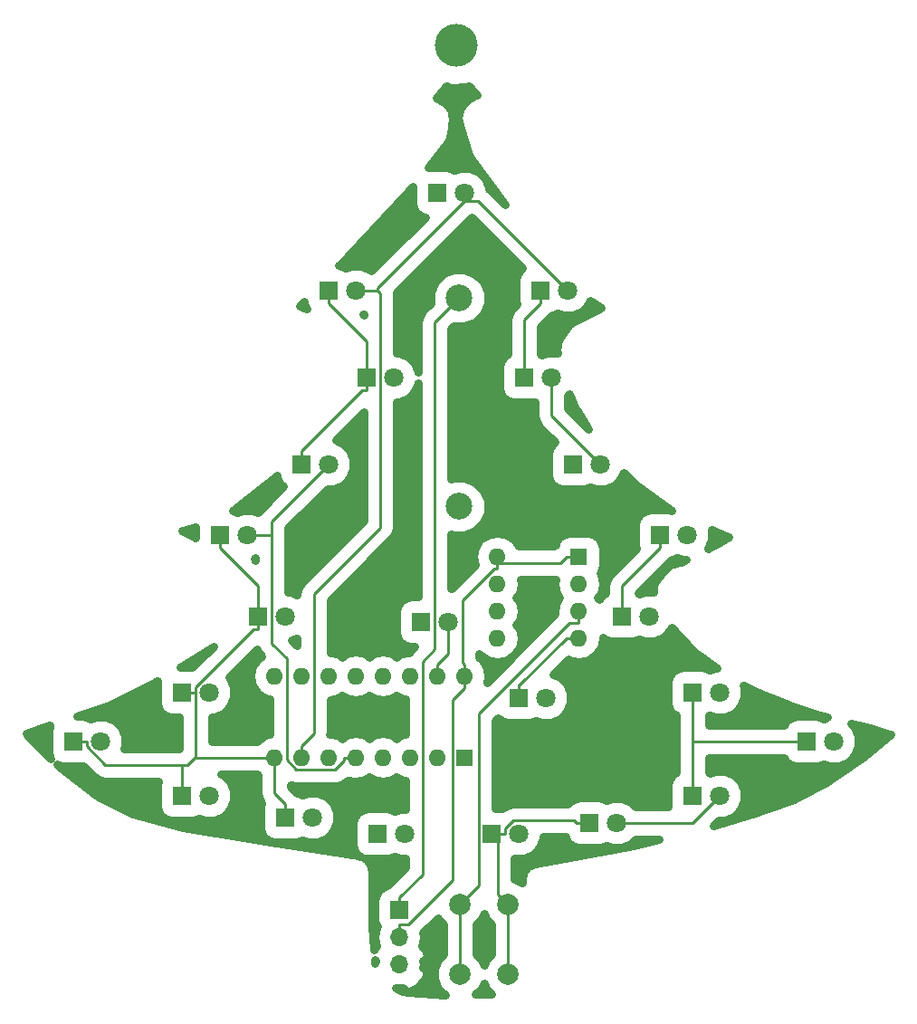
<source format=gbr>
G04 #@! TF.FileFunction,Copper,L1,Top,Signal*
%FSLAX46Y46*%
G04 Gerber Fmt 4.6, Leading zero omitted, Abs format (unit mm)*
G04 Created by KiCad (PCBNEW 4.0.7) date 09/09/18 15:16:27*
%MOMM*%
%LPD*%
G01*
G04 APERTURE LIST*
%ADD10C,0.100000*%
%ADD11C,2.500000*%
%ADD12C,2.000000*%
%ADD13R,1.800000X1.800000*%
%ADD14C,1.800000*%
%ADD15R,1.600000X1.600000*%
%ADD16O,1.600000X1.600000*%
%ADD17R,1.700000X1.700000*%
%ADD18O,1.700000X1.700000*%
%ADD19C,4.000000*%
%ADD20C,0.250000*%
%ADD21C,0.800000*%
G04 APERTURE END LIST*
D10*
D11*
X133096000Y-100456000D03*
X133096000Y-80956000D03*
D12*
X133168000Y-137668000D03*
X137668000Y-137668000D03*
X133168000Y-144168000D03*
X137668000Y-144168000D03*
D13*
X125476000Y-131064000D03*
D14*
X128016000Y-131064000D03*
D13*
X116840000Y-129540000D03*
D14*
X119380000Y-129540000D03*
D13*
X107188000Y-127508000D03*
D14*
X109728000Y-127508000D03*
D13*
X97028000Y-122428000D03*
D14*
X99568000Y-122428000D03*
D13*
X107188000Y-117856000D03*
D14*
X109728000Y-117856000D03*
D13*
X114300000Y-110744000D03*
D14*
X116840000Y-110744000D03*
D13*
X110744000Y-103124000D03*
D14*
X113284000Y-103124000D03*
D13*
X118364000Y-96520000D03*
D14*
X120904000Y-96520000D03*
D13*
X124460000Y-88392000D03*
D14*
X127000000Y-88392000D03*
D13*
X120904000Y-80264000D03*
D14*
X123444000Y-80264000D03*
D13*
X131064000Y-71120000D03*
D14*
X133604000Y-71120000D03*
D13*
X140716000Y-80264000D03*
D14*
X143256000Y-80264000D03*
D13*
X139192000Y-88392000D03*
D14*
X141732000Y-88392000D03*
D13*
X143764000Y-96520000D03*
D14*
X146304000Y-96520000D03*
D13*
X151892000Y-103124000D03*
D14*
X154432000Y-103124000D03*
D13*
X148336000Y-110744000D03*
D14*
X150876000Y-110744000D03*
D13*
X154940000Y-117856000D03*
D14*
X157480000Y-117856000D03*
D13*
X165608000Y-122428000D03*
D14*
X168148000Y-122428000D03*
D13*
X154940000Y-127508000D03*
D14*
X157480000Y-127508000D03*
D13*
X145288000Y-130048000D03*
D14*
X147828000Y-130048000D03*
D13*
X136144000Y-131064000D03*
D14*
X138684000Y-131064000D03*
D13*
X138684000Y-118364000D03*
D14*
X141224000Y-118364000D03*
D13*
X129540000Y-111252000D03*
D14*
X132080000Y-111252000D03*
D15*
X133604000Y-123952000D03*
D16*
X115824000Y-116332000D03*
X131064000Y-123952000D03*
X118364000Y-116332000D03*
X128524000Y-123952000D03*
X120904000Y-116332000D03*
X125984000Y-123952000D03*
X123444000Y-116332000D03*
X123444000Y-123952000D03*
X125984000Y-116332000D03*
X120904000Y-123952000D03*
X128524000Y-116332000D03*
X118364000Y-123952000D03*
X131064000Y-116332000D03*
X115824000Y-123952000D03*
X133604000Y-116332000D03*
D15*
X144272000Y-105156000D03*
D16*
X136652000Y-112776000D03*
X144272000Y-107696000D03*
X136652000Y-110236000D03*
X144272000Y-110236000D03*
X136652000Y-107696000D03*
X144272000Y-112776000D03*
X136652000Y-105156000D03*
D17*
X127508000Y-138176000D03*
D18*
X127508000Y-140716000D03*
X127508000Y-143256000D03*
D19*
X132842000Y-57364000D03*
D20*
X139192000Y-83013300D02*
X139192000Y-88392000D01*
X140716000Y-81489300D02*
X139192000Y-83013300D01*
X140716000Y-80264000D02*
X140716000Y-81489300D01*
X120904000Y-80264000D02*
X120904000Y-81489300D01*
X124460000Y-85045300D02*
X124460000Y-88392000D01*
X120904000Y-81489300D02*
X124460000Y-85045300D01*
X124041400Y-89617300D02*
X118364000Y-95294700D01*
X124460000Y-89617300D02*
X124041400Y-89617300D01*
X118364000Y-96520000D02*
X118364000Y-95294700D01*
X124460000Y-88392000D02*
X124460000Y-89617300D01*
X114300000Y-107905300D02*
X114300000Y-110744000D01*
X110744000Y-104349300D02*
X114300000Y-107905300D01*
X110744000Y-103124000D02*
X110744000Y-104349300D01*
X137668000Y-144168000D02*
X137668000Y-137668000D01*
X116840000Y-129540000D02*
X116840000Y-128314700D01*
X138784000Y-117138700D02*
X138684000Y-117138700D01*
X143146700Y-112776000D02*
X138784000Y-117138700D01*
X144272000Y-112776000D02*
X143146700Y-112776000D01*
X138684000Y-118364000D02*
X138684000Y-117138700D01*
X113840500Y-111969300D02*
X114300000Y-111969300D01*
X108413300Y-117396500D02*
X113840500Y-111969300D01*
X108413300Y-117856000D02*
X108413300Y-117396500D01*
X107188000Y-117856000D02*
X108413300Y-117856000D01*
X114300000Y-110744000D02*
X114300000Y-111969300D01*
X137369300Y-130604400D02*
X137369300Y-131064000D01*
X138135000Y-129838700D02*
X137369300Y-130604400D01*
X143853400Y-129838700D02*
X138135000Y-129838700D01*
X144062700Y-130048000D02*
X143853400Y-129838700D01*
X145288000Y-130048000D02*
X144062700Y-130048000D01*
X148336000Y-107905300D02*
X151892000Y-104349300D01*
X148336000Y-110744000D02*
X148336000Y-107905300D01*
X151892000Y-103124000D02*
X151892000Y-104349300D01*
X165608000Y-122428000D02*
X164382700Y-122428000D01*
X154940000Y-122428000D02*
X164382700Y-122428000D01*
X154940000Y-127508000D02*
X154940000Y-122428000D01*
X154940000Y-122428000D02*
X154940000Y-117856000D01*
X136144000Y-131064000D02*
X136706900Y-131064000D01*
X136706900Y-131064000D02*
X137369300Y-131064000D01*
X136706900Y-136706900D02*
X137668000Y-137668000D01*
X136706900Y-131064000D02*
X136706900Y-136706900D01*
X115824000Y-127298700D02*
X115824000Y-123952000D01*
X116840000Y-128314700D02*
X115824000Y-127298700D01*
X107188000Y-127508000D02*
X107188000Y-126282700D01*
X97028000Y-122428000D02*
X98253300Y-122428000D01*
X107188000Y-124609400D02*
X107188000Y-126282700D01*
X98253300Y-122887500D02*
X98253300Y-122428000D01*
X99975200Y-124609400D02*
X98253300Y-122887500D01*
X107188000Y-124609400D02*
X99975200Y-124609400D01*
X107666400Y-124609400D02*
X107188000Y-124609400D01*
X108413300Y-123862500D02*
X107666400Y-124609400D01*
X108502800Y-123952000D02*
X108413300Y-123862500D01*
X115824000Y-123952000D02*
X108502800Y-123952000D01*
X108413300Y-123862500D02*
X108413300Y-117856000D01*
X130811700Y-83240300D02*
X133096000Y-80956000D01*
X130811700Y-113814600D02*
X130811700Y-83240300D01*
X129649400Y-114976900D02*
X130811700Y-113814600D01*
X129649400Y-134859300D02*
X129649400Y-114976900D01*
X127508000Y-137000700D02*
X129649400Y-134859300D01*
X127508000Y-138176000D02*
X127508000Y-137000700D01*
X134918700Y-135917300D02*
X133168000Y-137668000D01*
X134918700Y-119853100D02*
X134918700Y-135917300D01*
X143410500Y-111361300D02*
X134918700Y-119853100D01*
X144272000Y-111361300D02*
X143410500Y-111361300D01*
X144272000Y-110236000D02*
X144272000Y-111361300D01*
X133168000Y-144168000D02*
X133168000Y-137668000D01*
X123444000Y-123952000D02*
X122318700Y-123952000D01*
X115587900Y-103124000D02*
X113284000Y-103124000D01*
X115587900Y-113268300D02*
X115587900Y-103124000D01*
X116949400Y-114629800D02*
X115587900Y-113268300D01*
X116949400Y-124164400D02*
X116949400Y-114629800D01*
X117867200Y-125082200D02*
X116949400Y-124164400D01*
X121469800Y-125082200D02*
X117867200Y-125082200D01*
X122318700Y-124233300D02*
X121469800Y-125082200D01*
X122318700Y-123952000D02*
X122318700Y-124233300D01*
X115587900Y-101836100D02*
X120904000Y-96520000D01*
X115587900Y-103124000D02*
X115587900Y-101836100D01*
X118364000Y-123952000D02*
X118364000Y-122826700D01*
X125460100Y-80264000D02*
X123444000Y-80264000D01*
X119489300Y-121701400D02*
X118364000Y-122826700D01*
X119489300Y-108627000D02*
X119489300Y-121701400D01*
X125685400Y-102430900D02*
X119489300Y-108627000D01*
X125685400Y-80489300D02*
X125685400Y-102430900D01*
X125460100Y-80264000D02*
X125685400Y-80489300D01*
X125460100Y-80033800D02*
X125460100Y-80264000D01*
X133604000Y-71889900D02*
X125460100Y-80033800D01*
X133604000Y-71120000D02*
X133604000Y-71889900D01*
X134881900Y-71889900D02*
X143256000Y-80264000D01*
X133604000Y-71889900D02*
X134881900Y-71889900D01*
X141732000Y-91948000D02*
X141732000Y-88392000D01*
X146304000Y-96520000D02*
X141732000Y-91948000D01*
X154940000Y-130048000D02*
X157480000Y-127508000D01*
X147828000Y-130048000D02*
X154940000Y-130048000D01*
X132080000Y-114190700D02*
X132080000Y-111252000D01*
X131064000Y-115206700D02*
X132080000Y-114190700D01*
X131064000Y-116332000D02*
X131064000Y-115206700D01*
X132478700Y-118582600D02*
X133604000Y-117457300D01*
X132478700Y-135378000D02*
X132478700Y-118582600D01*
X128316000Y-139540700D02*
X132478700Y-135378000D01*
X127508000Y-139540700D02*
X128316000Y-139540700D01*
X127508000Y-140716000D02*
X127508000Y-139540700D01*
X133604000Y-116332000D02*
X133604000Y-117457300D01*
X133604000Y-116332000D02*
X133604000Y-115206700D01*
X133438800Y-115041500D02*
X133604000Y-115206700D01*
X133438800Y-109213200D02*
X133438800Y-115041500D01*
X136370700Y-106281300D02*
X133438800Y-109213200D01*
X136652000Y-106281300D02*
X136370700Y-106281300D01*
X136652000Y-105156000D02*
X136652000Y-105718600D01*
X136652000Y-105718600D02*
X136652000Y-106281300D01*
X142584100Y-105718600D02*
X143146700Y-105156000D01*
X136652000Y-105718600D02*
X142584100Y-105718600D01*
X144272000Y-105156000D02*
X143146700Y-105156000D01*
D21*
G36*
X131132192Y-139025715D02*
X131643000Y-139537415D01*
X131643000Y-142299185D01*
X131134565Y-142806734D01*
X130768417Y-143688516D01*
X130767584Y-144643295D01*
X131132192Y-145525715D01*
X131780589Y-146175244D01*
X128311658Y-145878997D01*
X129231618Y-145398830D01*
X129920441Y-144576117D01*
X130147302Y-144028387D01*
X129755916Y-143606000D01*
X129732461Y-143606000D01*
X129802080Y-143256000D01*
X129732461Y-142906000D01*
X129755916Y-142906000D01*
X130147302Y-142483613D01*
X129920441Y-141935883D01*
X129626009Y-141584221D01*
X129630809Y-141577038D01*
X129802080Y-140716000D01*
X129718344Y-140295032D01*
X131089934Y-138923442D01*
X131132192Y-139025715D01*
X131132192Y-139025715D01*
G37*
X131132192Y-139025715D02*
X131643000Y-139537415D01*
X131643000Y-142299185D01*
X131134565Y-142806734D01*
X130768417Y-143688516D01*
X130767584Y-144643295D01*
X131132192Y-145525715D01*
X131780589Y-146175244D01*
X128311658Y-145878997D01*
X129231618Y-145398830D01*
X129920441Y-144576117D01*
X130147302Y-144028387D01*
X129755916Y-143606000D01*
X129732461Y-143606000D01*
X129802080Y-143256000D01*
X129732461Y-142906000D01*
X129755916Y-142906000D01*
X130147302Y-142483613D01*
X129920441Y-141935883D01*
X129626009Y-141584221D01*
X129630809Y-141577038D01*
X129802080Y-140716000D01*
X129718344Y-140295032D01*
X131089934Y-138923442D01*
X131132192Y-139025715D01*
G36*
X135632192Y-145525715D02*
X136156299Y-146050737D01*
X134633116Y-146096594D01*
X135201435Y-145529266D01*
X135418081Y-145007525D01*
X135632192Y-145525715D01*
X135632192Y-145525715D01*
G37*
X135632192Y-145525715D02*
X136156299Y-146050737D01*
X134633116Y-146096594D01*
X135201435Y-145529266D01*
X135418081Y-145007525D01*
X135632192Y-145525715D01*
G36*
X127858000Y-145508651D02*
X128257511Y-145874373D01*
X127825480Y-145837477D01*
X127158000Y-145507377D01*
X127158000Y-145445149D01*
X127463920Y-145506000D01*
X127552080Y-145506000D01*
X127858000Y-145445149D01*
X127858000Y-145508651D01*
X127858000Y-145508651D01*
G37*
X127858000Y-145508651D02*
X128257511Y-145874373D01*
X127825480Y-145837477D01*
X127158000Y-145507377D01*
X127158000Y-145445149D01*
X127463920Y-145506000D01*
X127552080Y-145506000D01*
X127858000Y-145445149D01*
X127858000Y-145508651D01*
G36*
X135632192Y-139025715D02*
X136143000Y-139537415D01*
X136143000Y-142299185D01*
X135634565Y-142806734D01*
X135417919Y-143328475D01*
X135203808Y-142810285D01*
X134693000Y-142298585D01*
X134693000Y-139536815D01*
X135201435Y-139029266D01*
X135418081Y-138507525D01*
X135632192Y-139025715D01*
X135632192Y-139025715D01*
G37*
X135632192Y-139025715D02*
X136143000Y-139537415D01*
X136143000Y-142299185D01*
X135634565Y-142806734D01*
X135417919Y-143328475D01*
X135203808Y-142810285D01*
X134693000Y-142298585D01*
X134693000Y-139536815D01*
X135201435Y-139029266D01*
X135418081Y-138507525D01*
X135632192Y-139025715D01*
G36*
X125260084Y-142906000D02*
X125283539Y-142906000D01*
X125224675Y-143201932D01*
X125191865Y-142832378D01*
X125260084Y-142906000D01*
X125260084Y-142906000D01*
G37*
X125260084Y-142906000D02*
X125283539Y-142906000D01*
X125224675Y-143201932D01*
X125191865Y-142832378D01*
X125260084Y-142906000D01*
G36*
X127556495Y-133363600D02*
X128124400Y-133364096D01*
X128124400Y-134227624D01*
X126429662Y-135922362D01*
X126415007Y-135944296D01*
X126139191Y-135996194D01*
X125662697Y-136302809D01*
X125343034Y-136770651D01*
X125230573Y-137326000D01*
X125230573Y-139026000D01*
X125328194Y-139544809D01*
X125457824Y-139746260D01*
X125385191Y-139854962D01*
X125213920Y-140716000D01*
X125385191Y-141577038D01*
X125389991Y-141584221D01*
X125110671Y-141917833D01*
X124911100Y-139669935D01*
X124911100Y-134529638D01*
X124876532Y-134355853D01*
X124868033Y-134178869D01*
X124821848Y-134080940D01*
X124800725Y-133974747D01*
X124702283Y-133827418D01*
X124626703Y-133667160D01*
X124546560Y-133594361D01*
X124486405Y-133504333D01*
X124339076Y-133405891D01*
X124250613Y-133325534D01*
X124576000Y-133391427D01*
X126376000Y-133391427D01*
X126894809Y-133293806D01*
X127088404Y-133169232D01*
X127556495Y-133363600D01*
X127556495Y-133363600D01*
G37*
X127556495Y-133363600D02*
X128124400Y-133364096D01*
X128124400Y-134227624D01*
X126429662Y-135922362D01*
X126415007Y-135944296D01*
X126139191Y-135996194D01*
X125662697Y-136302809D01*
X125343034Y-136770651D01*
X125230573Y-137326000D01*
X125230573Y-139026000D01*
X125328194Y-139544809D01*
X125457824Y-139746260D01*
X125385191Y-139854962D01*
X125213920Y-140716000D01*
X125385191Y-141577038D01*
X125389991Y-141584221D01*
X125110671Y-141917833D01*
X124911100Y-139669935D01*
X124911100Y-134529638D01*
X124876532Y-134355853D01*
X124868033Y-134178869D01*
X124821848Y-134080940D01*
X124800725Y-133974747D01*
X124702283Y-133827418D01*
X124626703Y-133667160D01*
X124546560Y-133594361D01*
X124486405Y-133504333D01*
X124339076Y-133405891D01*
X124250613Y-133325534D01*
X124576000Y-133391427D01*
X126376000Y-133391427D01*
X126894809Y-133293806D01*
X127088404Y-133169232D01*
X127556495Y-133363600D01*
G36*
X143058194Y-131466809D02*
X143364809Y-131943303D01*
X143832651Y-132262966D01*
X144388000Y-132375427D01*
X146188000Y-132375427D01*
X146706809Y-132277806D01*
X146900404Y-132153232D01*
X147368495Y-132347600D01*
X148283491Y-132348399D01*
X149129143Y-131998982D01*
X149555870Y-131573000D01*
X151779754Y-131573000D01*
X149413588Y-132146926D01*
X143951287Y-133214214D01*
X140219622Y-133844475D01*
X140066694Y-133902679D01*
X139906209Y-133934601D01*
X139804823Y-134002345D01*
X139690861Y-134045718D01*
X139571848Y-134158014D01*
X139435795Y-134248921D01*
X139368051Y-134350307D01*
X139279362Y-134433990D01*
X139212381Y-134583284D01*
X139121475Y-134719335D01*
X139097686Y-134838929D01*
X139047773Y-134950181D01*
X139043023Y-135113739D01*
X139011100Y-135274226D01*
X139011100Y-135627022D01*
X138231900Y-135303470D01*
X138231900Y-133363606D01*
X139139491Y-133364399D01*
X139985143Y-133014982D01*
X140632708Y-132368547D01*
X140983600Y-131523505D01*
X140983740Y-131363700D01*
X143038793Y-131363700D01*
X143058194Y-131466809D01*
X143058194Y-131466809D01*
G37*
X143058194Y-131466809D02*
X143364809Y-131943303D01*
X143832651Y-132262966D01*
X144388000Y-132375427D01*
X146188000Y-132375427D01*
X146706809Y-132277806D01*
X146900404Y-132153232D01*
X147368495Y-132347600D01*
X148283491Y-132348399D01*
X149129143Y-131998982D01*
X149555870Y-131573000D01*
X151779754Y-131573000D01*
X149413588Y-132146926D01*
X143951287Y-133214214D01*
X140219622Y-133844475D01*
X140066694Y-133902679D01*
X139906209Y-133934601D01*
X139804823Y-134002345D01*
X139690861Y-134045718D01*
X139571848Y-134158014D01*
X139435795Y-134248921D01*
X139368051Y-134350307D01*
X139279362Y-134433990D01*
X139212381Y-134583284D01*
X139121475Y-134719335D01*
X139097686Y-134838929D01*
X139047773Y-134950181D01*
X139043023Y-135113739D01*
X139011100Y-135274226D01*
X139011100Y-135627022D01*
X138231900Y-135303470D01*
X138231900Y-133363606D01*
X139139491Y-133364399D01*
X139985143Y-133014982D01*
X140632708Y-132368547D01*
X140983600Y-131523505D01*
X140983740Y-131363700D01*
X143038793Y-131363700D01*
X143058194Y-131466809D01*
G36*
X95572651Y-124642966D02*
X96128000Y-124755427D01*
X97928000Y-124755427D01*
X97958763Y-124749639D01*
X98896862Y-125687738D01*
X99391608Y-126018316D01*
X99975200Y-126134400D01*
X104956479Y-126134400D01*
X104860573Y-126608000D01*
X104860573Y-128408000D01*
X104958194Y-128926809D01*
X105264809Y-129403303D01*
X105732651Y-129722966D01*
X106288000Y-129835427D01*
X108088000Y-129835427D01*
X108606809Y-129737806D01*
X108800404Y-129613232D01*
X109268495Y-129807600D01*
X110183491Y-129808399D01*
X111029143Y-129458982D01*
X111676708Y-128812547D01*
X112027600Y-127967505D01*
X112028399Y-127052509D01*
X111678982Y-126206857D01*
X111032547Y-125559292D01*
X110834366Y-125477000D01*
X114219096Y-125477000D01*
X114268365Y-125550736D01*
X114299000Y-125571206D01*
X114299000Y-127298700D01*
X114415084Y-127882292D01*
X114607651Y-128170490D01*
X114512573Y-128640000D01*
X114512573Y-130440000D01*
X114610194Y-130958809D01*
X114916809Y-131435303D01*
X115384651Y-131754966D01*
X115940000Y-131867427D01*
X117740000Y-131867427D01*
X118258809Y-131769806D01*
X118452404Y-131645232D01*
X118920495Y-131839600D01*
X119835491Y-131840399D01*
X120681143Y-131490982D01*
X121328708Y-130844547D01*
X121679600Y-129999505D01*
X121680399Y-129084509D01*
X121330982Y-128238857D01*
X120684547Y-127591292D01*
X119839505Y-127240400D01*
X118924509Y-127239601D01*
X118454525Y-127433795D01*
X118295349Y-127325034D01*
X117927862Y-127250616D01*
X117918338Y-127236362D01*
X117349000Y-126667024D01*
X117349000Y-126504123D01*
X117867200Y-126607200D01*
X121469800Y-126607200D01*
X122053392Y-126491116D01*
X122548138Y-126160538D01*
X122667942Y-126040734D01*
X123444000Y-126195101D01*
X124285904Y-126027636D01*
X124714000Y-125741591D01*
X125142096Y-126027636D01*
X125984000Y-126195101D01*
X126825904Y-126027636D01*
X127254000Y-125741591D01*
X127682096Y-126027636D01*
X128124400Y-126115616D01*
X128124400Y-128764093D01*
X127560509Y-128763601D01*
X127090525Y-128957795D01*
X126931349Y-128849034D01*
X126376000Y-128736573D01*
X124576000Y-128736573D01*
X124057191Y-128834194D01*
X123580697Y-129140809D01*
X123261034Y-129608651D01*
X123148573Y-130164000D01*
X123148573Y-131964000D01*
X123246194Y-132482809D01*
X123552809Y-132959303D01*
X123837288Y-133153679D01*
X123675441Y-133095568D01*
X115438942Y-131864508D01*
X107221667Y-130477637D01*
X102558360Y-129210229D01*
X99220793Y-127547001D01*
X95817990Y-124893421D01*
X95507846Y-124598687D01*
X95572651Y-124642966D01*
X95572651Y-124642966D01*
G37*
X95572651Y-124642966D02*
X96128000Y-124755427D01*
X97928000Y-124755427D01*
X97958763Y-124749639D01*
X98896862Y-125687738D01*
X99391608Y-126018316D01*
X99975200Y-126134400D01*
X104956479Y-126134400D01*
X104860573Y-126608000D01*
X104860573Y-128408000D01*
X104958194Y-128926809D01*
X105264809Y-129403303D01*
X105732651Y-129722966D01*
X106288000Y-129835427D01*
X108088000Y-129835427D01*
X108606809Y-129737806D01*
X108800404Y-129613232D01*
X109268495Y-129807600D01*
X110183491Y-129808399D01*
X111029143Y-129458982D01*
X111676708Y-128812547D01*
X112027600Y-127967505D01*
X112028399Y-127052509D01*
X111678982Y-126206857D01*
X111032547Y-125559292D01*
X110834366Y-125477000D01*
X114219096Y-125477000D01*
X114268365Y-125550736D01*
X114299000Y-125571206D01*
X114299000Y-127298700D01*
X114415084Y-127882292D01*
X114607651Y-128170490D01*
X114512573Y-128640000D01*
X114512573Y-130440000D01*
X114610194Y-130958809D01*
X114916809Y-131435303D01*
X115384651Y-131754966D01*
X115940000Y-131867427D01*
X117740000Y-131867427D01*
X118258809Y-131769806D01*
X118452404Y-131645232D01*
X118920495Y-131839600D01*
X119835491Y-131840399D01*
X120681143Y-131490982D01*
X121328708Y-130844547D01*
X121679600Y-129999505D01*
X121680399Y-129084509D01*
X121330982Y-128238857D01*
X120684547Y-127591292D01*
X119839505Y-127240400D01*
X118924509Y-127239601D01*
X118454525Y-127433795D01*
X118295349Y-127325034D01*
X117927862Y-127250616D01*
X117918338Y-127236362D01*
X117349000Y-126667024D01*
X117349000Y-126504123D01*
X117867200Y-126607200D01*
X121469800Y-126607200D01*
X122053392Y-126491116D01*
X122548138Y-126160538D01*
X122667942Y-126040734D01*
X123444000Y-126195101D01*
X124285904Y-126027636D01*
X124714000Y-125741591D01*
X125142096Y-126027636D01*
X125984000Y-126195101D01*
X126825904Y-126027636D01*
X127254000Y-125741591D01*
X127682096Y-126027636D01*
X128124400Y-126115616D01*
X128124400Y-128764093D01*
X127560509Y-128763601D01*
X127090525Y-128957795D01*
X126931349Y-128849034D01*
X126376000Y-128736573D01*
X124576000Y-128736573D01*
X124057191Y-128834194D01*
X123580697Y-129140809D01*
X123261034Y-129608651D01*
X123148573Y-130164000D01*
X123148573Y-131964000D01*
X123246194Y-132482809D01*
X123552809Y-132959303D01*
X123837288Y-133153679D01*
X123675441Y-133095568D01*
X115438942Y-131864508D01*
X107221667Y-130477637D01*
X102558360Y-129210229D01*
X99220793Y-127547001D01*
X95817990Y-124893421D01*
X95507846Y-124598687D01*
X95572651Y-124642966D01*
G36*
X171530595Y-121181997D02*
X173301805Y-121726975D01*
X173489220Y-121797882D01*
X170889285Y-123896446D01*
X167456613Y-126249477D01*
X164382763Y-127848848D01*
X160770608Y-129168318D01*
X156868709Y-130275967D01*
X157336800Y-129807876D01*
X157935491Y-129808399D01*
X158781143Y-129458982D01*
X159428708Y-128812547D01*
X159779600Y-127967505D01*
X159780399Y-127052509D01*
X159430982Y-126206857D01*
X158784547Y-125559292D01*
X157939505Y-125208400D01*
X157024509Y-125207601D01*
X156554525Y-125401795D01*
X156465000Y-125340625D01*
X156465000Y-123953000D01*
X163446526Y-123953000D01*
X163684809Y-124323303D01*
X164152651Y-124642966D01*
X164708000Y-124755427D01*
X166508000Y-124755427D01*
X167026809Y-124657806D01*
X167220404Y-124533232D01*
X167688495Y-124727600D01*
X168603491Y-124728399D01*
X169449143Y-124378982D01*
X170096708Y-123732547D01*
X170447600Y-122887505D01*
X170448399Y-121972509D01*
X170098982Y-121126857D01*
X169714071Y-120741274D01*
X171530595Y-121181997D01*
X171530595Y-121181997D01*
G37*
X171530595Y-121181997D02*
X173301805Y-121726975D01*
X173489220Y-121797882D01*
X170889285Y-123896446D01*
X167456613Y-126249477D01*
X164382763Y-127848848D01*
X160770608Y-129168318D01*
X156868709Y-130275967D01*
X157336800Y-129807876D01*
X157935491Y-129808399D01*
X158781143Y-129458982D01*
X159428708Y-128812547D01*
X159779600Y-127967505D01*
X159780399Y-127052509D01*
X159430982Y-126206857D01*
X158784547Y-125559292D01*
X157939505Y-125208400D01*
X157024509Y-125207601D01*
X156554525Y-125401795D01*
X156465000Y-125340625D01*
X156465000Y-123953000D01*
X163446526Y-123953000D01*
X163684809Y-124323303D01*
X164152651Y-124642966D01*
X164708000Y-124755427D01*
X166508000Y-124755427D01*
X167026809Y-124657806D01*
X167220404Y-124533232D01*
X167688495Y-124727600D01*
X168603491Y-124728399D01*
X169449143Y-124378982D01*
X170096708Y-123732547D01*
X170447600Y-122887505D01*
X170448399Y-121972509D01*
X170098982Y-121126857D01*
X169714071Y-120741274D01*
X171530595Y-121181997D01*
G36*
X155088742Y-114051412D02*
X155211449Y-114138912D01*
X155315929Y-114247526D01*
X157193917Y-115555749D01*
X157024509Y-115555601D01*
X156554525Y-115749795D01*
X156395349Y-115641034D01*
X155840000Y-115528573D01*
X154040000Y-115528573D01*
X153521191Y-115626194D01*
X153044697Y-115932809D01*
X152725034Y-116400651D01*
X152612573Y-116956000D01*
X152612573Y-118756000D01*
X152710194Y-119274809D01*
X153016809Y-119751303D01*
X153415000Y-120023375D01*
X153415000Y-125346526D01*
X153044697Y-125584809D01*
X152725034Y-126052651D01*
X152612573Y-126608000D01*
X152612573Y-128408000D01*
X152634212Y-128523000D01*
X149555516Y-128523000D01*
X149132547Y-128099292D01*
X148287505Y-127748400D01*
X147372509Y-127747601D01*
X146902525Y-127941795D01*
X146743349Y-127833034D01*
X146188000Y-127720573D01*
X144388000Y-127720573D01*
X143869191Y-127818194D01*
X143392697Y-128124809D01*
X143263633Y-128313700D01*
X138135000Y-128313700D01*
X137551408Y-128429784D01*
X137081039Y-128744074D01*
X137044000Y-128736573D01*
X136443700Y-128736573D01*
X136443700Y-120484776D01*
X136724930Y-120203546D01*
X136760809Y-120259303D01*
X137228651Y-120578966D01*
X137784000Y-120691427D01*
X139584000Y-120691427D01*
X140102809Y-120593806D01*
X140296404Y-120469232D01*
X140764495Y-120663600D01*
X141679491Y-120664399D01*
X142525143Y-120314982D01*
X143172708Y-119668547D01*
X143523600Y-118823505D01*
X143524399Y-117908509D01*
X143174982Y-117062857D01*
X142528547Y-116415292D01*
X141917721Y-116161655D01*
X143317365Y-114762010D01*
X143386995Y-114808535D01*
X144228899Y-114976000D01*
X144315101Y-114976000D01*
X145157005Y-114808535D01*
X145870736Y-114331635D01*
X146347636Y-113617904D01*
X146515101Y-112776000D01*
X146499723Y-112698689D01*
X146880651Y-112958966D01*
X147436000Y-113071427D01*
X149236000Y-113071427D01*
X149754809Y-112973806D01*
X149948404Y-112849232D01*
X150416495Y-113043600D01*
X151331491Y-113044399D01*
X152177143Y-112694982D01*
X152824708Y-112048547D01*
X152940868Y-111768803D01*
X155088742Y-114051412D01*
X155088742Y-114051412D01*
G37*
X155088742Y-114051412D02*
X155211449Y-114138912D01*
X155315929Y-114247526D01*
X157193917Y-115555749D01*
X157024509Y-115555601D01*
X156554525Y-115749795D01*
X156395349Y-115641034D01*
X155840000Y-115528573D01*
X154040000Y-115528573D01*
X153521191Y-115626194D01*
X153044697Y-115932809D01*
X152725034Y-116400651D01*
X152612573Y-116956000D01*
X152612573Y-118756000D01*
X152710194Y-119274809D01*
X153016809Y-119751303D01*
X153415000Y-120023375D01*
X153415000Y-125346526D01*
X153044697Y-125584809D01*
X152725034Y-126052651D01*
X152612573Y-126608000D01*
X152612573Y-128408000D01*
X152634212Y-128523000D01*
X149555516Y-128523000D01*
X149132547Y-128099292D01*
X148287505Y-127748400D01*
X147372509Y-127747601D01*
X146902525Y-127941795D01*
X146743349Y-127833034D01*
X146188000Y-127720573D01*
X144388000Y-127720573D01*
X143869191Y-127818194D01*
X143392697Y-128124809D01*
X143263633Y-128313700D01*
X138135000Y-128313700D01*
X137551408Y-128429784D01*
X137081039Y-128744074D01*
X137044000Y-128736573D01*
X136443700Y-128736573D01*
X136443700Y-120484776D01*
X136724930Y-120203546D01*
X136760809Y-120259303D01*
X137228651Y-120578966D01*
X137784000Y-120691427D01*
X139584000Y-120691427D01*
X140102809Y-120593806D01*
X140296404Y-120469232D01*
X140764495Y-120663600D01*
X141679491Y-120664399D01*
X142525143Y-120314982D01*
X143172708Y-119668547D01*
X143523600Y-118823505D01*
X143524399Y-117908509D01*
X143174982Y-117062857D01*
X142528547Y-116415292D01*
X141917721Y-116161655D01*
X143317365Y-114762010D01*
X143386995Y-114808535D01*
X144228899Y-114976000D01*
X144315101Y-114976000D01*
X145157005Y-114808535D01*
X145870736Y-114331635D01*
X146347636Y-113617904D01*
X146515101Y-112776000D01*
X146499723Y-112698689D01*
X146880651Y-112958966D01*
X147436000Y-113071427D01*
X149236000Y-113071427D01*
X149754809Y-112973806D01*
X149948404Y-112849232D01*
X150416495Y-113043600D01*
X151331491Y-113044399D01*
X152177143Y-112694982D01*
X152824708Y-112048547D01*
X152940868Y-111768803D01*
X155088742Y-114051412D01*
G36*
X94813034Y-120972651D02*
X94700573Y-121528000D01*
X94700573Y-123328000D01*
X94798194Y-123846809D01*
X94926538Y-124046262D01*
X94199604Y-123355447D01*
X92812402Y-121933442D01*
X92595163Y-121694203D01*
X93830029Y-121244802D01*
X94827442Y-120951564D01*
X94813034Y-120972651D01*
X94813034Y-120972651D01*
G37*
X94813034Y-120972651D02*
X94700573Y-121528000D01*
X94700573Y-123328000D01*
X94798194Y-123846809D01*
X94926538Y-124046262D01*
X94199604Y-123355447D01*
X92812402Y-121933442D01*
X92595163Y-121694203D01*
X93830029Y-121244802D01*
X94827442Y-120951564D01*
X94813034Y-120972651D01*
G36*
X104860573Y-116956000D02*
X104860573Y-118756000D01*
X104958194Y-119274809D01*
X105264809Y-119751303D01*
X105732651Y-120070966D01*
X106288000Y-120183427D01*
X106888300Y-120183427D01*
X106888300Y-123084400D01*
X101785842Y-123084400D01*
X101867600Y-122887505D01*
X101868399Y-121972509D01*
X101518982Y-121126857D01*
X100872547Y-120479292D01*
X100027505Y-120128400D01*
X99112509Y-120127601D01*
X98642525Y-120321795D01*
X98483349Y-120213034D01*
X97928000Y-120100573D01*
X97379317Y-120100573D01*
X100414468Y-119032973D01*
X100495909Y-118984753D01*
X100587090Y-118959382D01*
X104895592Y-116783072D01*
X104860573Y-116956000D01*
X104860573Y-116956000D01*
G37*
X104860573Y-116956000D02*
X104860573Y-118756000D01*
X104958194Y-119274809D01*
X105264809Y-119751303D01*
X105732651Y-120070966D01*
X106288000Y-120183427D01*
X106888300Y-120183427D01*
X106888300Y-123084400D01*
X101785842Y-123084400D01*
X101867600Y-122887505D01*
X101868399Y-121972509D01*
X101518982Y-121126857D01*
X100872547Y-120479292D01*
X100027505Y-120128400D01*
X99112509Y-120127601D01*
X98642525Y-120321795D01*
X98483349Y-120213034D01*
X97928000Y-120100573D01*
X97379317Y-120100573D01*
X100414468Y-119032973D01*
X100495909Y-118984753D01*
X100587090Y-118959382D01*
X104895592Y-116783072D01*
X104860573Y-116956000D01*
G36*
X114178984Y-113851892D02*
X114509562Y-114346638D01*
X114644717Y-114481793D01*
X114268365Y-114733264D01*
X113791465Y-115446995D01*
X113624000Y-116288899D01*
X113624000Y-116375101D01*
X113791465Y-117217005D01*
X114268365Y-117930736D01*
X114982096Y-118407636D01*
X115424400Y-118495616D01*
X115424400Y-121788384D01*
X114982096Y-121876364D01*
X114268365Y-122353264D01*
X114219096Y-122427000D01*
X109938300Y-122427000D01*
X109938300Y-120156185D01*
X110183491Y-120156399D01*
X111029143Y-119806982D01*
X111676708Y-119160547D01*
X112027600Y-118315505D01*
X112028399Y-117400509D01*
X111678982Y-116554857D01*
X111545417Y-116421059D01*
X114168299Y-113798177D01*
X114178984Y-113851892D01*
X114178984Y-113851892D01*
G37*
X114178984Y-113851892D02*
X114509562Y-114346638D01*
X114644717Y-114481793D01*
X114268365Y-114733264D01*
X113791465Y-115446995D01*
X113624000Y-116288899D01*
X113624000Y-116375101D01*
X113791465Y-117217005D01*
X114268365Y-117930736D01*
X114982096Y-118407636D01*
X115424400Y-118495616D01*
X115424400Y-121788384D01*
X114982096Y-121876364D01*
X114268365Y-122353264D01*
X114219096Y-122427000D01*
X109938300Y-122427000D01*
X109938300Y-120156185D01*
X110183491Y-120156399D01*
X111029143Y-119806982D01*
X111676708Y-119160547D01*
X112027600Y-118315505D01*
X112028399Y-117400509D01*
X111678982Y-116554857D01*
X111545417Y-116421059D01*
X114168299Y-113798177D01*
X114178984Y-113851892D01*
G36*
X127682096Y-118407636D02*
X128124400Y-118495616D01*
X128124400Y-121788384D01*
X127682096Y-121876364D01*
X127254000Y-122162409D01*
X126825904Y-121876364D01*
X125984000Y-121708899D01*
X125142096Y-121876364D01*
X124714000Y-122162409D01*
X124285904Y-121876364D01*
X123444000Y-121708899D01*
X122602096Y-121876364D01*
X122174000Y-122162409D01*
X121745904Y-121876364D01*
X121008668Y-121729719D01*
X121014301Y-121701400D01*
X121014300Y-121701395D01*
X121014300Y-118553161D01*
X121745904Y-118407636D01*
X122174000Y-118121591D01*
X122602096Y-118407636D01*
X123444000Y-118575101D01*
X124285904Y-118407636D01*
X124714000Y-118121591D01*
X125142096Y-118407636D01*
X125984000Y-118575101D01*
X126825904Y-118407636D01*
X127254000Y-118121591D01*
X127682096Y-118407636D01*
X127682096Y-118407636D01*
G37*
X127682096Y-118407636D02*
X128124400Y-118495616D01*
X128124400Y-121788384D01*
X127682096Y-121876364D01*
X127254000Y-122162409D01*
X126825904Y-121876364D01*
X125984000Y-121708899D01*
X125142096Y-121876364D01*
X124714000Y-122162409D01*
X124285904Y-121876364D01*
X123444000Y-121708899D01*
X122602096Y-121876364D01*
X122174000Y-122162409D01*
X121745904Y-121876364D01*
X121008668Y-121729719D01*
X121014301Y-121701400D01*
X121014300Y-121701395D01*
X121014300Y-118553161D01*
X121745904Y-118407636D01*
X122174000Y-118121591D01*
X122602096Y-118407636D01*
X123444000Y-118575101D01*
X124285904Y-118407636D01*
X124714000Y-118121591D01*
X125142096Y-118407636D01*
X125984000Y-118575101D01*
X126825904Y-118407636D01*
X127254000Y-118121591D01*
X127682096Y-118407636D01*
G36*
X161126100Y-117887302D02*
X161185786Y-117903837D01*
X161237640Y-117937701D01*
X163874511Y-118997546D01*
X163915587Y-119005268D01*
X163951821Y-119026095D01*
X166739208Y-119966314D01*
X166789825Y-119972879D01*
X166835734Y-119995179D01*
X167556640Y-120183741D01*
X167222525Y-120321795D01*
X167063349Y-120213034D01*
X166508000Y-120100573D01*
X164708000Y-120100573D01*
X164189191Y-120198194D01*
X163712697Y-120504809D01*
X163440625Y-120903000D01*
X156465000Y-120903000D01*
X156465000Y-120017474D01*
X156552404Y-119961232D01*
X157020495Y-120155600D01*
X157935491Y-120156399D01*
X158781143Y-119806982D01*
X159428708Y-119160547D01*
X159779600Y-118315505D01*
X159780399Y-117400509D01*
X159680713Y-117159252D01*
X161126100Y-117887302D01*
X161126100Y-117887302D01*
G37*
X161126100Y-117887302D02*
X161185786Y-117903837D01*
X161237640Y-117937701D01*
X163874511Y-118997546D01*
X163915587Y-119005268D01*
X163951821Y-119026095D01*
X166739208Y-119966314D01*
X166789825Y-119972879D01*
X166835734Y-119995179D01*
X167556640Y-120183741D01*
X167222525Y-120321795D01*
X167063349Y-120213034D01*
X166508000Y-120100573D01*
X164708000Y-120100573D01*
X164189191Y-120198194D01*
X163712697Y-120504809D01*
X163440625Y-120903000D01*
X156465000Y-120903000D01*
X156465000Y-120017474D01*
X156552404Y-119961232D01*
X157020495Y-120155600D01*
X157935491Y-120156399D01*
X158781143Y-119806982D01*
X159428708Y-119160547D01*
X159779600Y-118315505D01*
X159780399Y-117400509D01*
X159680713Y-117159252D01*
X161126100Y-117887302D01*
G36*
X142028899Y-107696000D02*
X142196364Y-108537904D01*
X142482409Y-108966000D01*
X142196364Y-109394096D01*
X142028899Y-110236000D01*
X142087005Y-110528119D01*
X135695734Y-116919390D01*
X135804000Y-116375101D01*
X135804000Y-116288899D01*
X135636535Y-115446995D01*
X135159635Y-114733264D01*
X135015697Y-114637087D01*
X135012916Y-114623108D01*
X134963800Y-114549601D01*
X134963800Y-114197743D01*
X135053264Y-114331635D01*
X135766995Y-114808535D01*
X136608899Y-114976000D01*
X136695101Y-114976000D01*
X137537005Y-114808535D01*
X138250736Y-114331635D01*
X138727636Y-113617904D01*
X138895101Y-112776000D01*
X138727636Y-111934096D01*
X138441591Y-111506000D01*
X138727636Y-111077904D01*
X138895101Y-110236000D01*
X138727636Y-109394096D01*
X138441591Y-108966000D01*
X138727636Y-108537904D01*
X138895101Y-107696000D01*
X138805113Y-107243600D01*
X142118887Y-107243600D01*
X142028899Y-107696000D01*
X142028899Y-107696000D01*
G37*
X142028899Y-107696000D02*
X142196364Y-108537904D01*
X142482409Y-108966000D01*
X142196364Y-109394096D01*
X142028899Y-110236000D01*
X142087005Y-110528119D01*
X135695734Y-116919390D01*
X135804000Y-116375101D01*
X135804000Y-116288899D01*
X135636535Y-115446995D01*
X135159635Y-114733264D01*
X135015697Y-114637087D01*
X135012916Y-114623108D01*
X134963800Y-114549601D01*
X134963800Y-114197743D01*
X135053264Y-114331635D01*
X135766995Y-114808535D01*
X136608899Y-114976000D01*
X136695101Y-114976000D01*
X137537005Y-114808535D01*
X138250736Y-114331635D01*
X138727636Y-113617904D01*
X138895101Y-112776000D01*
X138727636Y-111934096D01*
X138441591Y-111506000D01*
X138727636Y-111077904D01*
X138895101Y-110236000D01*
X138727636Y-109394096D01*
X138441591Y-108966000D01*
X138727636Y-108537904D01*
X138895101Y-107696000D01*
X138805113Y-107243600D01*
X142118887Y-107243600D01*
X142028899Y-107696000D01*
G36*
X108118396Y-115534728D02*
X108088000Y-115528573D01*
X107030739Y-115528573D01*
X110094251Y-113558873D01*
X108118396Y-115534728D01*
X108118396Y-115534728D01*
G37*
X108118396Y-115534728D02*
X108088000Y-115528573D01*
X107030739Y-115528573D01*
X110094251Y-113558873D01*
X108118396Y-115534728D01*
G36*
X129286700Y-108924573D02*
X128640000Y-108924573D01*
X128121191Y-109022194D01*
X127644697Y-109328809D01*
X127325034Y-109796651D01*
X127212573Y-110352000D01*
X127212573Y-112152000D01*
X127310194Y-112670809D01*
X127616809Y-113147303D01*
X128084651Y-113466966D01*
X128640000Y-113579427D01*
X128890197Y-113579427D01*
X128571062Y-113898562D01*
X128431603Y-114107278D01*
X127682096Y-114256364D01*
X127254000Y-114542409D01*
X126825904Y-114256364D01*
X125984000Y-114088899D01*
X125142096Y-114256364D01*
X124714000Y-114542409D01*
X124285904Y-114256364D01*
X123444000Y-114088899D01*
X122602096Y-114256364D01*
X122174000Y-114542409D01*
X121745904Y-114256364D01*
X121014300Y-114110839D01*
X121014300Y-109258676D01*
X126763738Y-103509238D01*
X127094316Y-103014492D01*
X127210400Y-102430900D01*
X127210400Y-90692185D01*
X127455491Y-90692399D01*
X128301143Y-90342982D01*
X128948708Y-89696547D01*
X129286700Y-88882572D01*
X129286700Y-108924573D01*
X129286700Y-108924573D01*
G37*
X129286700Y-108924573D02*
X128640000Y-108924573D01*
X128121191Y-109022194D01*
X127644697Y-109328809D01*
X127325034Y-109796651D01*
X127212573Y-110352000D01*
X127212573Y-112152000D01*
X127310194Y-112670809D01*
X127616809Y-113147303D01*
X128084651Y-113466966D01*
X128640000Y-113579427D01*
X128890197Y-113579427D01*
X128571062Y-113898562D01*
X128431603Y-114107278D01*
X127682096Y-114256364D01*
X127254000Y-114542409D01*
X126825904Y-114256364D01*
X125984000Y-114088899D01*
X125142096Y-114256364D01*
X124714000Y-114542409D01*
X124285904Y-114256364D01*
X123444000Y-114088899D01*
X122602096Y-114256364D01*
X122174000Y-114542409D01*
X121745904Y-114256364D01*
X121014300Y-114110839D01*
X121014300Y-109258676D01*
X126763738Y-103509238D01*
X127094316Y-103014492D01*
X127210400Y-102430900D01*
X127210400Y-90692185D01*
X127455491Y-90692399D01*
X128301143Y-90342982D01*
X128948708Y-89696547D01*
X129286700Y-88882572D01*
X129286700Y-108924573D01*
G36*
X117964300Y-113488024D02*
X117454835Y-112978559D01*
X117964300Y-112768052D01*
X117964300Y-113488024D01*
X117964300Y-113488024D01*
G37*
X117964300Y-113488024D02*
X117454835Y-112978559D01*
X117964300Y-112768052D01*
X117964300Y-113488024D01*
G36*
X139036967Y-78201643D02*
X138820697Y-78340809D01*
X138501034Y-78808651D01*
X138388573Y-79364000D01*
X138388573Y-81164000D01*
X138467130Y-81581494D01*
X138113662Y-81934962D01*
X137783084Y-82429708D01*
X137667000Y-83013300D01*
X137667000Y-86230526D01*
X137296697Y-86468809D01*
X136977034Y-86936651D01*
X136864573Y-87492000D01*
X136864573Y-89292000D01*
X136962194Y-89810809D01*
X137268809Y-90287303D01*
X137736651Y-90606966D01*
X138292000Y-90719427D01*
X140092000Y-90719427D01*
X140207000Y-90697788D01*
X140207000Y-91948000D01*
X140323084Y-92531592D01*
X140653662Y-93026338D01*
X142084967Y-94457643D01*
X141868697Y-94596809D01*
X141549034Y-95064651D01*
X141436573Y-95620000D01*
X141436573Y-97420000D01*
X141534194Y-97938809D01*
X141840809Y-98415303D01*
X142308651Y-98734966D01*
X142864000Y-98847427D01*
X144664000Y-98847427D01*
X145182809Y-98749806D01*
X145376404Y-98625232D01*
X145844495Y-98819600D01*
X146759491Y-98820399D01*
X147605143Y-98470982D01*
X148252708Y-97824547D01*
X148474313Y-97290863D01*
X149405943Y-98250676D01*
X149515054Y-98325957D01*
X149606016Y-98422386D01*
X153004803Y-100839667D01*
X152792000Y-100796573D01*
X150992000Y-100796573D01*
X150473191Y-100894194D01*
X149996697Y-101200809D01*
X149677034Y-101668651D01*
X149564573Y-102224000D01*
X149564573Y-104024000D01*
X149643130Y-104441494D01*
X147257662Y-106826962D01*
X146927084Y-107321708D01*
X146811000Y-107905300D01*
X146811000Y-108582526D01*
X146440697Y-108820809D01*
X146199979Y-109173112D01*
X146061591Y-108966000D01*
X146347636Y-108537904D01*
X146515101Y-107696000D01*
X146347636Y-106854096D01*
X146251294Y-106709911D01*
X146386966Y-106511349D01*
X146499427Y-105956000D01*
X146499427Y-104356000D01*
X146401806Y-103837191D01*
X146095191Y-103360697D01*
X145627349Y-103041034D01*
X145072000Y-102928573D01*
X143472000Y-102928573D01*
X142953191Y-103026194D01*
X142476697Y-103332809D01*
X142157034Y-103800651D01*
X142106035Y-104052489D01*
X142068362Y-104077662D01*
X141952424Y-104193600D01*
X138647123Y-104193600D01*
X138250736Y-103600365D01*
X137537005Y-103123465D01*
X136695101Y-102956000D01*
X136608899Y-102956000D01*
X135766995Y-103123465D01*
X135053264Y-103600365D01*
X134576364Y-104314096D01*
X134408899Y-105156000D01*
X134563266Y-105932058D01*
X132360462Y-108134862D01*
X132336700Y-108170424D01*
X132336700Y-103010089D01*
X132566570Y-103105539D01*
X133620805Y-103106459D01*
X134595144Y-102703871D01*
X135341251Y-101959065D01*
X135745539Y-100985430D01*
X135746459Y-99931195D01*
X135343871Y-98956856D01*
X134599065Y-98210749D01*
X133625430Y-97806461D01*
X132571195Y-97805541D01*
X132336700Y-97902432D01*
X132336700Y-83871976D01*
X132603105Y-83605571D01*
X133620805Y-83606459D01*
X134595144Y-83203871D01*
X135341251Y-82459065D01*
X135745539Y-81485430D01*
X135746459Y-80431195D01*
X135343871Y-79456856D01*
X134599065Y-78710749D01*
X133625430Y-78306461D01*
X132571195Y-78305541D01*
X131596856Y-78708129D01*
X130850749Y-79452935D01*
X130446461Y-80426570D01*
X130445568Y-81449756D01*
X129733362Y-82161962D01*
X129402784Y-82656708D01*
X129286700Y-83240300D01*
X129286700Y-87903355D01*
X128950982Y-87090857D01*
X128304547Y-86443292D01*
X127459505Y-86092400D01*
X127210400Y-86092182D01*
X127210400Y-80489300D01*
X127202250Y-80448326D01*
X134235676Y-73414900D01*
X134250224Y-73414900D01*
X139036967Y-78201643D01*
X139036967Y-78201643D01*
G37*
X139036967Y-78201643D02*
X138820697Y-78340809D01*
X138501034Y-78808651D01*
X138388573Y-79364000D01*
X138388573Y-81164000D01*
X138467130Y-81581494D01*
X138113662Y-81934962D01*
X137783084Y-82429708D01*
X137667000Y-83013300D01*
X137667000Y-86230526D01*
X137296697Y-86468809D01*
X136977034Y-86936651D01*
X136864573Y-87492000D01*
X136864573Y-89292000D01*
X136962194Y-89810809D01*
X137268809Y-90287303D01*
X137736651Y-90606966D01*
X138292000Y-90719427D01*
X140092000Y-90719427D01*
X140207000Y-90697788D01*
X140207000Y-91948000D01*
X140323084Y-92531592D01*
X140653662Y-93026338D01*
X142084967Y-94457643D01*
X141868697Y-94596809D01*
X141549034Y-95064651D01*
X141436573Y-95620000D01*
X141436573Y-97420000D01*
X141534194Y-97938809D01*
X141840809Y-98415303D01*
X142308651Y-98734966D01*
X142864000Y-98847427D01*
X144664000Y-98847427D01*
X145182809Y-98749806D01*
X145376404Y-98625232D01*
X145844495Y-98819600D01*
X146759491Y-98820399D01*
X147605143Y-98470982D01*
X148252708Y-97824547D01*
X148474313Y-97290863D01*
X149405943Y-98250676D01*
X149515054Y-98325957D01*
X149606016Y-98422386D01*
X153004803Y-100839667D01*
X152792000Y-100796573D01*
X150992000Y-100796573D01*
X150473191Y-100894194D01*
X149996697Y-101200809D01*
X149677034Y-101668651D01*
X149564573Y-102224000D01*
X149564573Y-104024000D01*
X149643130Y-104441494D01*
X147257662Y-106826962D01*
X146927084Y-107321708D01*
X146811000Y-107905300D01*
X146811000Y-108582526D01*
X146440697Y-108820809D01*
X146199979Y-109173112D01*
X146061591Y-108966000D01*
X146347636Y-108537904D01*
X146515101Y-107696000D01*
X146347636Y-106854096D01*
X146251294Y-106709911D01*
X146386966Y-106511349D01*
X146499427Y-105956000D01*
X146499427Y-104356000D01*
X146401806Y-103837191D01*
X146095191Y-103360697D01*
X145627349Y-103041034D01*
X145072000Y-102928573D01*
X143472000Y-102928573D01*
X142953191Y-103026194D01*
X142476697Y-103332809D01*
X142157034Y-103800651D01*
X142106035Y-104052489D01*
X142068362Y-104077662D01*
X141952424Y-104193600D01*
X138647123Y-104193600D01*
X138250736Y-103600365D01*
X137537005Y-103123465D01*
X136695101Y-102956000D01*
X136608899Y-102956000D01*
X135766995Y-103123465D01*
X135053264Y-103600365D01*
X134576364Y-104314096D01*
X134408899Y-105156000D01*
X134563266Y-105932058D01*
X132360462Y-108134862D01*
X132336700Y-108170424D01*
X132336700Y-103010089D01*
X132566570Y-103105539D01*
X133620805Y-103106459D01*
X134595144Y-102703871D01*
X135341251Y-101959065D01*
X135745539Y-100985430D01*
X135746459Y-99931195D01*
X135343871Y-98956856D01*
X134599065Y-98210749D01*
X133625430Y-97806461D01*
X132571195Y-97805541D01*
X132336700Y-97902432D01*
X132336700Y-83871976D01*
X132603105Y-83605571D01*
X133620805Y-83606459D01*
X134595144Y-83203871D01*
X135341251Y-82459065D01*
X135745539Y-81485430D01*
X135746459Y-80431195D01*
X135343871Y-79456856D01*
X134599065Y-78710749D01*
X133625430Y-78306461D01*
X132571195Y-78305541D01*
X131596856Y-78708129D01*
X130850749Y-79452935D01*
X130446461Y-80426570D01*
X130445568Y-81449756D01*
X129733362Y-82161962D01*
X129402784Y-82656708D01*
X129286700Y-83240300D01*
X129286700Y-87903355D01*
X128950982Y-87090857D01*
X128304547Y-86443292D01*
X127459505Y-86092400D01*
X127210400Y-86092182D01*
X127210400Y-80489300D01*
X127202250Y-80448326D01*
X134235676Y-73414900D01*
X134250224Y-73414900D01*
X139036967Y-78201643D01*
G36*
X124160400Y-101799224D02*
X118410962Y-107548662D01*
X118080384Y-108043408D01*
X117964300Y-108627000D01*
X117964300Y-108720447D01*
X117299505Y-108444400D01*
X117112900Y-108444237D01*
X117112900Y-102467776D01*
X120760800Y-98819876D01*
X121359491Y-98820399D01*
X122205143Y-98470982D01*
X122852708Y-97824547D01*
X123203600Y-96979505D01*
X123204399Y-96064509D01*
X122854982Y-95218857D01*
X122208547Y-94571292D01*
X121527061Y-94288315D01*
X124160400Y-91654976D01*
X124160400Y-101799224D01*
X124160400Y-101799224D01*
G37*
X124160400Y-101799224D02*
X118410962Y-107548662D01*
X118080384Y-108043408D01*
X117964300Y-108627000D01*
X117964300Y-108720447D01*
X117299505Y-108444400D01*
X117112900Y-108444237D01*
X117112900Y-102467776D01*
X120760800Y-98819876D01*
X121359491Y-98820399D01*
X122205143Y-98470982D01*
X122852708Y-97824547D01*
X123203600Y-96979505D01*
X123204399Y-96064509D01*
X122854982Y-95218857D01*
X122208547Y-94571292D01*
X121527061Y-94288315D01*
X124160400Y-91654976D01*
X124160400Y-101799224D01*
G36*
X153972495Y-105423600D02*
X154368920Y-105423946D01*
X153803320Y-105667387D01*
X153321483Y-105759261D01*
X153158910Y-105825094D01*
X152988286Y-105865746D01*
X152899118Y-105930295D01*
X152797085Y-105971613D01*
X152672077Y-106094651D01*
X152530001Y-106197501D01*
X151636023Y-107161254D01*
X151516093Y-107356205D01*
X151381727Y-107541500D01*
X151368771Y-107595685D01*
X151339581Y-107643134D01*
X151303384Y-107869143D01*
X151250156Y-108091750D01*
X151258921Y-108146763D01*
X151250110Y-108201776D01*
X151303160Y-108424436D01*
X151306336Y-108444375D01*
X150420509Y-108443601D01*
X149950525Y-108637795D01*
X149861000Y-108576625D01*
X149861000Y-108536976D01*
X152970338Y-105427638D01*
X152977803Y-105416466D01*
X153310809Y-105353806D01*
X153504404Y-105229232D01*
X153972495Y-105423600D01*
X153972495Y-105423600D01*
G37*
X153972495Y-105423600D02*
X154368920Y-105423946D01*
X153803320Y-105667387D01*
X153321483Y-105759261D01*
X153158910Y-105825094D01*
X152988286Y-105865746D01*
X152899118Y-105930295D01*
X152797085Y-105971613D01*
X152672077Y-106094651D01*
X152530001Y-106197501D01*
X151636023Y-107161254D01*
X151516093Y-107356205D01*
X151381727Y-107541500D01*
X151368771Y-107595685D01*
X151339581Y-107643134D01*
X151303384Y-107869143D01*
X151250156Y-108091750D01*
X151258921Y-108146763D01*
X151250110Y-108201776D01*
X151303160Y-108424436D01*
X151306336Y-108444375D01*
X150420509Y-108443601D01*
X149950525Y-108637795D01*
X149861000Y-108576625D01*
X149861000Y-108536976D01*
X152970338Y-105427638D01*
X152977803Y-105416466D01*
X153310809Y-105353806D01*
X153504404Y-105229232D01*
X153972495Y-105423600D01*
G36*
X114062900Y-105511524D02*
X113906690Y-105355314D01*
X114062900Y-105290769D01*
X114062900Y-105511524D01*
X114062900Y-105511524D01*
G37*
X114062900Y-105511524D02*
X113906690Y-105355314D01*
X114062900Y-105290769D01*
X114062900Y-105511524D01*
G36*
X157456031Y-102974712D02*
X157526394Y-102991447D01*
X157588887Y-103027851D01*
X158297141Y-103271337D01*
X157448448Y-103795859D01*
X156387052Y-104413270D01*
X156731600Y-103583505D01*
X156732399Y-102668509D01*
X156719381Y-102637004D01*
X157456031Y-102974712D01*
X157456031Y-102974712D01*
G37*
X157456031Y-102974712D02*
X157526394Y-102991447D01*
X157588887Y-103027851D01*
X158297141Y-103271337D01*
X157448448Y-103795859D01*
X156387052Y-104413270D01*
X156731600Y-103583505D01*
X156732399Y-102668509D01*
X156719381Y-102637004D01*
X157456031Y-102974712D01*
G36*
X108416573Y-103427770D02*
X107155282Y-102708942D01*
X107693723Y-102609475D01*
X107776382Y-102576553D01*
X107864835Y-102566964D01*
X108416573Y-102393662D01*
X108416573Y-103427770D01*
X108416573Y-103427770D01*
G37*
X108416573Y-103427770D02*
X107155282Y-102708942D01*
X107693723Y-102609475D01*
X107776382Y-102576553D01*
X107864835Y-102566964D01*
X108416573Y-102393662D01*
X108416573Y-103427770D01*
G36*
X116134194Y-97938809D02*
X116440809Y-98415303D01*
X116685102Y-98582222D01*
X114509562Y-100757762D01*
X114308326Y-101058934D01*
X113743505Y-100824400D01*
X112828509Y-100823601D01*
X112358525Y-101017795D01*
X112199349Y-100909034D01*
X111873355Y-100843019D01*
X115571924Y-97985610D01*
X115622477Y-97927581D01*
X115687414Y-97886274D01*
X116057701Y-97532287D01*
X116134194Y-97938809D01*
X116134194Y-97938809D01*
G37*
X116134194Y-97938809D02*
X116440809Y-98415303D01*
X116685102Y-98582222D01*
X114509562Y-100757762D01*
X114308326Y-101058934D01*
X113743505Y-100824400D01*
X112828509Y-100823601D01*
X112358525Y-101017795D01*
X112199349Y-100909034D01*
X111873355Y-100843019D01*
X115571924Y-97985610D01*
X115622477Y-97927581D01*
X115687414Y-97886274D01*
X116057701Y-97532287D01*
X116134194Y-97938809D01*
G36*
X144037903Y-91362510D02*
X144100683Y-91455271D01*
X144139701Y-91560262D01*
X145164780Y-93224104D01*
X143257000Y-91316324D01*
X143257000Y-90119516D01*
X143438201Y-89938631D01*
X144037903Y-91362510D01*
X144037903Y-91362510D01*
G37*
X144037903Y-91362510D02*
X144100683Y-91455271D01*
X144139701Y-91560262D01*
X145164780Y-93224104D01*
X143257000Y-91316324D01*
X143257000Y-90119516D01*
X143438201Y-89938631D01*
X144037903Y-91362510D01*
G36*
X146367900Y-81903957D02*
X146156538Y-81991445D01*
X146115535Y-82018828D01*
X146067924Y-82031658D01*
X143810518Y-83148902D01*
X143743787Y-83200258D01*
X143665533Y-83231362D01*
X143521410Y-83371400D01*
X143362162Y-83493957D01*
X143320163Y-83566942D01*
X143259769Y-83625624D01*
X142496969Y-84732453D01*
X142408926Y-84936654D01*
X142303859Y-85132633D01*
X142297667Y-85194701D01*
X142272970Y-85251983D01*
X142269773Y-85474332D01*
X142247701Y-85695601D01*
X142290270Y-86133411D01*
X142191505Y-86092400D01*
X141276509Y-86091601D01*
X140806525Y-86285795D01*
X140717000Y-86224625D01*
X140717000Y-83644976D01*
X141794338Y-82567638D01*
X141801803Y-82556466D01*
X142134809Y-82493806D01*
X142328404Y-82369232D01*
X142796495Y-82563600D01*
X143711491Y-82564399D01*
X144557143Y-82214982D01*
X145204708Y-81568547D01*
X145357790Y-81199884D01*
X146367900Y-81903957D01*
X146367900Y-81903957D01*
G37*
X146367900Y-81903957D02*
X146156538Y-81991445D01*
X146115535Y-82018828D01*
X146067924Y-82031658D01*
X143810518Y-83148902D01*
X143743787Y-83200258D01*
X143665533Y-83231362D01*
X143521410Y-83371400D01*
X143362162Y-83493957D01*
X143320163Y-83566942D01*
X143259769Y-83625624D01*
X142496969Y-84732453D01*
X142408926Y-84936654D01*
X142303859Y-85132633D01*
X142297667Y-85194701D01*
X142272970Y-85251983D01*
X142269773Y-85474332D01*
X142247701Y-85695601D01*
X142290270Y-86133411D01*
X142191505Y-86092400D01*
X141276509Y-86091601D01*
X140806525Y-86285795D01*
X140717000Y-86224625D01*
X140717000Y-83644976D01*
X141794338Y-82567638D01*
X141801803Y-82556466D01*
X142134809Y-82493806D01*
X142328404Y-82369232D01*
X142796495Y-82563600D01*
X143711491Y-82564399D01*
X144557143Y-82214982D01*
X145204708Y-81568547D01*
X145357790Y-81199884D01*
X146367900Y-81903957D01*
G36*
X124160400Y-82589024D02*
X124066690Y-82495314D01*
X124160400Y-82456593D01*
X124160400Y-82589024D01*
X124160400Y-82589024D01*
G37*
X124160400Y-82589024D02*
X124066690Y-82495314D01*
X124160400Y-82456593D01*
X124160400Y-82589024D01*
G36*
X118674194Y-81682809D02*
X118854270Y-81962656D01*
X118610994Y-81879426D01*
X118197590Y-81722250D01*
X118601588Y-81296945D01*
X118674194Y-81682809D01*
X118674194Y-81682809D01*
G37*
X118674194Y-81682809D02*
X118854270Y-81962656D01*
X118610994Y-81879426D01*
X118197590Y-81722250D01*
X118601588Y-81296945D01*
X118674194Y-81682809D01*
G36*
X128736573Y-72020000D02*
X128834194Y-72538809D01*
X129140809Y-73015303D01*
X129608651Y-73334966D01*
X129935974Y-73401250D01*
X124885120Y-78452104D01*
X124748547Y-78315292D01*
X123903505Y-77964400D01*
X122988509Y-77963601D01*
X122518525Y-78157795D01*
X122359349Y-78049034D01*
X121804000Y-77936573D01*
X121793612Y-77936573D01*
X121854723Y-77872239D01*
X121857756Y-77867437D01*
X121862366Y-77864129D01*
X128736573Y-70515084D01*
X128736573Y-72020000D01*
X128736573Y-72020000D01*
G37*
X128736573Y-72020000D02*
X128834194Y-72538809D01*
X129140809Y-73015303D01*
X129608651Y-73334966D01*
X129935974Y-73401250D01*
X124885120Y-78452104D01*
X124748547Y-78315292D01*
X123903505Y-77964400D01*
X122988509Y-77963601D01*
X122518525Y-78157795D01*
X122359349Y-78049034D01*
X121804000Y-77936573D01*
X121793612Y-77936573D01*
X121854723Y-77872239D01*
X121857756Y-77867437D01*
X121862366Y-77864129D01*
X128736573Y-70515084D01*
X128736573Y-72020000D01*
G36*
X134738776Y-61984536D02*
X134430245Y-62102285D01*
X134225852Y-62230694D01*
X134014294Y-62346986D01*
X133654784Y-62649158D01*
X133592411Y-62727005D01*
X133512352Y-62786510D01*
X133417091Y-62945819D01*
X133301025Y-63090679D01*
X133273191Y-63186469D01*
X133221997Y-63272082D01*
X133095354Y-63627191D01*
X133068650Y-63808516D01*
X133016931Y-63984356D01*
X133027800Y-64085892D01*
X133012922Y-64186915D01*
X133057640Y-64364657D01*
X133077149Y-64546904D01*
X134016923Y-67553072D01*
X134132193Y-67764403D01*
X134234737Y-67982185D01*
X137360020Y-72211344D01*
X135960238Y-70811562D01*
X135904303Y-70774188D01*
X135904399Y-70664509D01*
X135554982Y-69818857D01*
X134908547Y-69171292D01*
X134063505Y-68820400D01*
X133148509Y-68819601D01*
X132678525Y-69013795D01*
X132519349Y-68905034D01*
X131964000Y-68792573D01*
X130166582Y-68792573D01*
X131986785Y-66461851D01*
X132042885Y-66350495D01*
X132122083Y-66254190D01*
X132168943Y-66100274D01*
X132241331Y-65956586D01*
X132250547Y-65832237D01*
X132286862Y-65712956D01*
X132444008Y-64133790D01*
X132423597Y-63924388D01*
X132424583Y-63713987D01*
X132396359Y-63644936D01*
X132389123Y-63570697D01*
X132290129Y-63385040D01*
X132210524Y-63190284D01*
X132158028Y-63137294D01*
X132122930Y-63071470D01*
X131960422Y-62937829D01*
X131812348Y-62788361D01*
X130976644Y-62224284D01*
X131033913Y-62158772D01*
X131037401Y-62152708D01*
X131042903Y-62148389D01*
X131886750Y-61164430D01*
X132257659Y-61297237D01*
X133807324Y-61221454D01*
X134011739Y-61136783D01*
X134738776Y-61984536D01*
X134738776Y-61984536D01*
G37*
X134738776Y-61984536D02*
X134430245Y-62102285D01*
X134225852Y-62230694D01*
X134014294Y-62346986D01*
X133654784Y-62649158D01*
X133592411Y-62727005D01*
X133512352Y-62786510D01*
X133417091Y-62945819D01*
X133301025Y-63090679D01*
X133273191Y-63186469D01*
X133221997Y-63272082D01*
X133095354Y-63627191D01*
X133068650Y-63808516D01*
X133016931Y-63984356D01*
X133027800Y-64085892D01*
X133012922Y-64186915D01*
X133057640Y-64364657D01*
X133077149Y-64546904D01*
X134016923Y-67553072D01*
X134132193Y-67764403D01*
X134234737Y-67982185D01*
X137360020Y-72211344D01*
X135960238Y-70811562D01*
X135904303Y-70774188D01*
X135904399Y-70664509D01*
X135554982Y-69818857D01*
X134908547Y-69171292D01*
X134063505Y-68820400D01*
X133148509Y-68819601D01*
X132678525Y-69013795D01*
X132519349Y-68905034D01*
X131964000Y-68792573D01*
X130166582Y-68792573D01*
X131986785Y-66461851D01*
X132042885Y-66350495D01*
X132122083Y-66254190D01*
X132168943Y-66100274D01*
X132241331Y-65956586D01*
X132250547Y-65832237D01*
X132286862Y-65712956D01*
X132444008Y-64133790D01*
X132423597Y-63924388D01*
X132424583Y-63713987D01*
X132396359Y-63644936D01*
X132389123Y-63570697D01*
X132290129Y-63385040D01*
X132210524Y-63190284D01*
X132158028Y-63137294D01*
X132122930Y-63071470D01*
X131960422Y-62937829D01*
X131812348Y-62788361D01*
X130976644Y-62224284D01*
X131033913Y-62158772D01*
X131037401Y-62152708D01*
X131042903Y-62148389D01*
X131886750Y-61164430D01*
X132257659Y-61297237D01*
X133807324Y-61221454D01*
X134011739Y-61136783D01*
X134738776Y-61984536D01*
M02*

</source>
